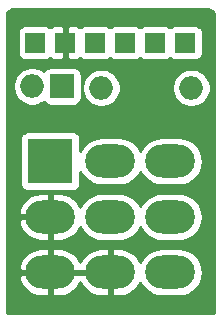
<source format=gbr>
G04 #@! TF.GenerationSoftware,KiCad,Pcbnew,(5.1.5-0-10_14)*
G04 #@! TF.CreationDate,2020-11-20T21:32:41+01:00*
G04 #@! TF.ProjectId,3pdt-minimal,33706474-2d6d-4696-9e69-6d616c2e6b69,rev?*
G04 #@! TF.SameCoordinates,Original*
G04 #@! TF.FileFunction,Copper,L2,Bot*
G04 #@! TF.FilePolarity,Positive*
%FSLAX46Y46*%
G04 Gerber Fmt 4.6, Leading zero omitted, Abs format (unit mm)*
G04 Created by KiCad (PCBNEW (5.1.5-0-10_14)) date 2020-11-20 21:32:41*
%MOMM*%
%LPD*%
G04 APERTURE LIST*
%ADD10O,4.200000X2.800000*%
%ADD11R,3.816000X3.816000*%
%ADD12R,2.000000X2.000000*%
%ADD13O,2.000000X2.000000*%
%ADD14R,1.700000X1.700000*%
%ADD15C,0.254000*%
G04 APERTURE END LIST*
D10*
X119380000Y-68200000D03*
X119380000Y-63500000D03*
X119380000Y-58800000D03*
X114300000Y-68200000D03*
X114300000Y-63500000D03*
X114300000Y-58800000D03*
X109220000Y-68200000D03*
X109220000Y-63500000D03*
D11*
X109220000Y-58800000D03*
D12*
X110236000Y-52451000D03*
D13*
X107696000Y-52451000D03*
X113538000Y-52578000D03*
X121158000Y-52578000D03*
D14*
X107950000Y-48768000D03*
X120650000Y-48768000D03*
X110490000Y-48768000D03*
X113030000Y-48768000D03*
X115570000Y-48768000D03*
X118110000Y-48768000D03*
D15*
G36*
X122579200Y-45923559D02*
G01*
X122740041Y-45972120D01*
X122888378Y-46050992D01*
X123018574Y-46157176D01*
X123063000Y-46210878D01*
X123063000Y-71628000D01*
X105537000Y-71628000D01*
X105537000Y-68643160D01*
X106533840Y-68643160D01*
X106591304Y-68861427D01*
X106757401Y-69224988D01*
X106991234Y-69549159D01*
X107283817Y-69821483D01*
X107623906Y-70031494D01*
X107998431Y-70171122D01*
X108393000Y-70235000D01*
X109093000Y-70235000D01*
X109093000Y-68327000D01*
X109347000Y-68327000D01*
X109347000Y-70235000D01*
X110047000Y-70235000D01*
X110441569Y-70171122D01*
X110816094Y-70031494D01*
X111156183Y-69821483D01*
X111448766Y-69549159D01*
X111682599Y-69224988D01*
X111760000Y-69055569D01*
X111837401Y-69224988D01*
X112071234Y-69549159D01*
X112363817Y-69821483D01*
X112703906Y-70031494D01*
X113078431Y-70171122D01*
X113473000Y-70235000D01*
X114173000Y-70235000D01*
X114173000Y-68327000D01*
X109347000Y-68327000D01*
X109093000Y-68327000D01*
X106648053Y-68327000D01*
X106533840Y-68643160D01*
X105537000Y-68643160D01*
X105537000Y-67756840D01*
X106533840Y-67756840D01*
X106648053Y-68073000D01*
X109093000Y-68073000D01*
X109093000Y-66165000D01*
X109347000Y-66165000D01*
X109347000Y-68073000D01*
X114173000Y-68073000D01*
X114173000Y-66165000D01*
X114427000Y-66165000D01*
X114427000Y-68073000D01*
X114447000Y-68073000D01*
X114447000Y-68327000D01*
X114427000Y-68327000D01*
X114427000Y-70235000D01*
X115127000Y-70235000D01*
X115521569Y-70171122D01*
X115896094Y-70031494D01*
X116236183Y-69821483D01*
X116528766Y-69549159D01*
X116762599Y-69224988D01*
X116835322Y-69065808D01*
X116979773Y-69336056D01*
X117234076Y-69645924D01*
X117543944Y-69900227D01*
X117897471Y-70089191D01*
X118281070Y-70205555D01*
X118580031Y-70235000D01*
X120179969Y-70235000D01*
X120478930Y-70205555D01*
X120862529Y-70089191D01*
X121216056Y-69900227D01*
X121525924Y-69645924D01*
X121780227Y-69336056D01*
X121969191Y-68982529D01*
X122085555Y-68598930D01*
X122124846Y-68200000D01*
X122085555Y-67801070D01*
X121969191Y-67417471D01*
X121780227Y-67063944D01*
X121525924Y-66754076D01*
X121216056Y-66499773D01*
X120862529Y-66310809D01*
X120478930Y-66194445D01*
X120179969Y-66165000D01*
X118580031Y-66165000D01*
X118281070Y-66194445D01*
X117897471Y-66310809D01*
X117543944Y-66499773D01*
X117234076Y-66754076D01*
X116979773Y-67063944D01*
X116835322Y-67334192D01*
X116762599Y-67175012D01*
X116528766Y-66850841D01*
X116236183Y-66578517D01*
X115896094Y-66368506D01*
X115521569Y-66228878D01*
X115127000Y-66165000D01*
X114427000Y-66165000D01*
X114173000Y-66165000D01*
X113473000Y-66165000D01*
X113078431Y-66228878D01*
X112703906Y-66368506D01*
X112363817Y-66578517D01*
X112071234Y-66850841D01*
X111837401Y-67175012D01*
X111760000Y-67344431D01*
X111682599Y-67175012D01*
X111448766Y-66850841D01*
X111156183Y-66578517D01*
X110816094Y-66368506D01*
X110441569Y-66228878D01*
X110047000Y-66165000D01*
X109347000Y-66165000D01*
X109093000Y-66165000D01*
X108393000Y-66165000D01*
X107998431Y-66228878D01*
X107623906Y-66368506D01*
X107283817Y-66578517D01*
X106991234Y-66850841D01*
X106757401Y-67175012D01*
X106591304Y-67538573D01*
X106533840Y-67756840D01*
X105537000Y-67756840D01*
X105537000Y-63943160D01*
X106533840Y-63943160D01*
X106591304Y-64161427D01*
X106757401Y-64524988D01*
X106991234Y-64849159D01*
X107283817Y-65121483D01*
X107623906Y-65331494D01*
X107998431Y-65471122D01*
X108393000Y-65535000D01*
X109093000Y-65535000D01*
X109093000Y-63627000D01*
X106648053Y-63627000D01*
X106533840Y-63943160D01*
X105537000Y-63943160D01*
X105537000Y-63056840D01*
X106533840Y-63056840D01*
X106648053Y-63373000D01*
X109093000Y-63373000D01*
X109093000Y-61465000D01*
X109347000Y-61465000D01*
X109347000Y-63373000D01*
X109367000Y-63373000D01*
X109367000Y-63627000D01*
X109347000Y-63627000D01*
X109347000Y-65535000D01*
X110047000Y-65535000D01*
X110441569Y-65471122D01*
X110816094Y-65331494D01*
X111156183Y-65121483D01*
X111448766Y-64849159D01*
X111682599Y-64524988D01*
X111755322Y-64365808D01*
X111899773Y-64636056D01*
X112154076Y-64945924D01*
X112463944Y-65200227D01*
X112817471Y-65389191D01*
X113201070Y-65505555D01*
X113500031Y-65535000D01*
X115099969Y-65535000D01*
X115398930Y-65505555D01*
X115782529Y-65389191D01*
X116136056Y-65200227D01*
X116445924Y-64945924D01*
X116700227Y-64636056D01*
X116840000Y-64374559D01*
X116979773Y-64636056D01*
X117234076Y-64945924D01*
X117543944Y-65200227D01*
X117897471Y-65389191D01*
X118281070Y-65505555D01*
X118580031Y-65535000D01*
X120179969Y-65535000D01*
X120478930Y-65505555D01*
X120862529Y-65389191D01*
X121216056Y-65200227D01*
X121525924Y-64945924D01*
X121780227Y-64636056D01*
X121969191Y-64282529D01*
X122085555Y-63898930D01*
X122124846Y-63500000D01*
X122085555Y-63101070D01*
X121969191Y-62717471D01*
X121780227Y-62363944D01*
X121525924Y-62054076D01*
X121216056Y-61799773D01*
X120862529Y-61610809D01*
X120478930Y-61494445D01*
X120179969Y-61465000D01*
X118580031Y-61465000D01*
X118281070Y-61494445D01*
X117897471Y-61610809D01*
X117543944Y-61799773D01*
X117234076Y-62054076D01*
X116979773Y-62363944D01*
X116840000Y-62625441D01*
X116700227Y-62363944D01*
X116445924Y-62054076D01*
X116136056Y-61799773D01*
X115782529Y-61610809D01*
X115398930Y-61494445D01*
X115099969Y-61465000D01*
X113500031Y-61465000D01*
X113201070Y-61494445D01*
X112817471Y-61610809D01*
X112463944Y-61799773D01*
X112154076Y-62054076D01*
X111899773Y-62363944D01*
X111755322Y-62634192D01*
X111682599Y-62475012D01*
X111448766Y-62150841D01*
X111156183Y-61878517D01*
X110816094Y-61668506D01*
X110441569Y-61528878D01*
X110047000Y-61465000D01*
X109347000Y-61465000D01*
X109093000Y-61465000D01*
X108393000Y-61465000D01*
X107998431Y-61528878D01*
X107623906Y-61668506D01*
X107283817Y-61878517D01*
X106991234Y-62150841D01*
X106757401Y-62475012D01*
X106591304Y-62838573D01*
X106533840Y-63056840D01*
X105537000Y-63056840D01*
X105537000Y-56892000D01*
X106673928Y-56892000D01*
X106673928Y-60708000D01*
X106686188Y-60832482D01*
X106722498Y-60952180D01*
X106781463Y-61062494D01*
X106860815Y-61159185D01*
X106957506Y-61238537D01*
X107067820Y-61297502D01*
X107187518Y-61333812D01*
X107312000Y-61346072D01*
X111128000Y-61346072D01*
X111252482Y-61333812D01*
X111372180Y-61297502D01*
X111482494Y-61238537D01*
X111579185Y-61159185D01*
X111658537Y-61062494D01*
X111717502Y-60952180D01*
X111753812Y-60832482D01*
X111766072Y-60708000D01*
X111766072Y-59685919D01*
X111899773Y-59936056D01*
X112154076Y-60245924D01*
X112463944Y-60500227D01*
X112817471Y-60689191D01*
X113201070Y-60805555D01*
X113500031Y-60835000D01*
X115099969Y-60835000D01*
X115398930Y-60805555D01*
X115782529Y-60689191D01*
X116136056Y-60500227D01*
X116445924Y-60245924D01*
X116700227Y-59936056D01*
X116840000Y-59674559D01*
X116979773Y-59936056D01*
X117234076Y-60245924D01*
X117543944Y-60500227D01*
X117897471Y-60689191D01*
X118281070Y-60805555D01*
X118580031Y-60835000D01*
X120179969Y-60835000D01*
X120478930Y-60805555D01*
X120862529Y-60689191D01*
X121216056Y-60500227D01*
X121525924Y-60245924D01*
X121780227Y-59936056D01*
X121969191Y-59582529D01*
X122085555Y-59198930D01*
X122124846Y-58800000D01*
X122085555Y-58401070D01*
X121969191Y-58017471D01*
X121780227Y-57663944D01*
X121525924Y-57354076D01*
X121216056Y-57099773D01*
X120862529Y-56910809D01*
X120478930Y-56794445D01*
X120179969Y-56765000D01*
X118580031Y-56765000D01*
X118281070Y-56794445D01*
X117897471Y-56910809D01*
X117543944Y-57099773D01*
X117234076Y-57354076D01*
X116979773Y-57663944D01*
X116840000Y-57925441D01*
X116700227Y-57663944D01*
X116445924Y-57354076D01*
X116136056Y-57099773D01*
X115782529Y-56910809D01*
X115398930Y-56794445D01*
X115099969Y-56765000D01*
X113500031Y-56765000D01*
X113201070Y-56794445D01*
X112817471Y-56910809D01*
X112463944Y-57099773D01*
X112154076Y-57354076D01*
X111899773Y-57663944D01*
X111766072Y-57914081D01*
X111766072Y-56892000D01*
X111753812Y-56767518D01*
X111717502Y-56647820D01*
X111658537Y-56537506D01*
X111579185Y-56440815D01*
X111482494Y-56361463D01*
X111372180Y-56302498D01*
X111252482Y-56266188D01*
X111128000Y-56253928D01*
X107312000Y-56253928D01*
X107187518Y-56266188D01*
X107067820Y-56302498D01*
X106957506Y-56361463D01*
X106860815Y-56440815D01*
X106781463Y-56537506D01*
X106722498Y-56647820D01*
X106686188Y-56767518D01*
X106673928Y-56892000D01*
X105537000Y-56892000D01*
X105537000Y-52289967D01*
X106061000Y-52289967D01*
X106061000Y-52612033D01*
X106123832Y-52927912D01*
X106247082Y-53225463D01*
X106426013Y-53493252D01*
X106653748Y-53720987D01*
X106921537Y-53899918D01*
X107219088Y-54023168D01*
X107534967Y-54086000D01*
X107857033Y-54086000D01*
X108172912Y-54023168D01*
X108470463Y-53899918D01*
X108680809Y-53759370D01*
X108705463Y-53805494D01*
X108784815Y-53902185D01*
X108881506Y-53981537D01*
X108991820Y-54040502D01*
X109111518Y-54076812D01*
X109236000Y-54089072D01*
X111236000Y-54089072D01*
X111360482Y-54076812D01*
X111480180Y-54040502D01*
X111590494Y-53981537D01*
X111687185Y-53902185D01*
X111766537Y-53805494D01*
X111825502Y-53695180D01*
X111861812Y-53575482D01*
X111874072Y-53451000D01*
X111874072Y-52416967D01*
X111903000Y-52416967D01*
X111903000Y-52739033D01*
X111965832Y-53054912D01*
X112089082Y-53352463D01*
X112268013Y-53620252D01*
X112495748Y-53847987D01*
X112763537Y-54026918D01*
X113061088Y-54150168D01*
X113376967Y-54213000D01*
X113699033Y-54213000D01*
X114014912Y-54150168D01*
X114312463Y-54026918D01*
X114580252Y-53847987D01*
X114807987Y-53620252D01*
X114986918Y-53352463D01*
X115110168Y-53054912D01*
X115173000Y-52739033D01*
X115173000Y-52416967D01*
X119523000Y-52416967D01*
X119523000Y-52739033D01*
X119585832Y-53054912D01*
X119709082Y-53352463D01*
X119888013Y-53620252D01*
X120115748Y-53847987D01*
X120383537Y-54026918D01*
X120681088Y-54150168D01*
X120996967Y-54213000D01*
X121319033Y-54213000D01*
X121634912Y-54150168D01*
X121932463Y-54026918D01*
X122200252Y-53847987D01*
X122427987Y-53620252D01*
X122606918Y-53352463D01*
X122730168Y-53054912D01*
X122793000Y-52739033D01*
X122793000Y-52416967D01*
X122730168Y-52101088D01*
X122606918Y-51803537D01*
X122427987Y-51535748D01*
X122200252Y-51308013D01*
X121932463Y-51129082D01*
X121634912Y-51005832D01*
X121319033Y-50943000D01*
X120996967Y-50943000D01*
X120681088Y-51005832D01*
X120383537Y-51129082D01*
X120115748Y-51308013D01*
X119888013Y-51535748D01*
X119709082Y-51803537D01*
X119585832Y-52101088D01*
X119523000Y-52416967D01*
X115173000Y-52416967D01*
X115110168Y-52101088D01*
X114986918Y-51803537D01*
X114807987Y-51535748D01*
X114580252Y-51308013D01*
X114312463Y-51129082D01*
X114014912Y-51005832D01*
X113699033Y-50943000D01*
X113376967Y-50943000D01*
X113061088Y-51005832D01*
X112763537Y-51129082D01*
X112495748Y-51308013D01*
X112268013Y-51535748D01*
X112089082Y-51803537D01*
X111965832Y-52101088D01*
X111903000Y-52416967D01*
X111874072Y-52416967D01*
X111874072Y-51451000D01*
X111861812Y-51326518D01*
X111825502Y-51206820D01*
X111766537Y-51096506D01*
X111687185Y-50999815D01*
X111590494Y-50920463D01*
X111480180Y-50861498D01*
X111360482Y-50825188D01*
X111236000Y-50812928D01*
X109236000Y-50812928D01*
X109111518Y-50825188D01*
X108991820Y-50861498D01*
X108881506Y-50920463D01*
X108784815Y-50999815D01*
X108705463Y-51096506D01*
X108680809Y-51142630D01*
X108470463Y-51002082D01*
X108172912Y-50878832D01*
X107857033Y-50816000D01*
X107534967Y-50816000D01*
X107219088Y-50878832D01*
X106921537Y-51002082D01*
X106653748Y-51181013D01*
X106426013Y-51408748D01*
X106247082Y-51676537D01*
X106123832Y-51974088D01*
X106061000Y-52289967D01*
X105537000Y-52289967D01*
X105537000Y-47918000D01*
X106461928Y-47918000D01*
X106461928Y-49618000D01*
X106474188Y-49742482D01*
X106510498Y-49862180D01*
X106569463Y-49972494D01*
X106648815Y-50069185D01*
X106745506Y-50148537D01*
X106855820Y-50207502D01*
X106975518Y-50243812D01*
X107100000Y-50256072D01*
X108800000Y-50256072D01*
X108924482Y-50243812D01*
X109044180Y-50207502D01*
X109154494Y-50148537D01*
X109220000Y-50094778D01*
X109285506Y-50148537D01*
X109395820Y-50207502D01*
X109515518Y-50243812D01*
X109640000Y-50256072D01*
X110204250Y-50253000D01*
X110363000Y-50094250D01*
X110363000Y-48895000D01*
X110343000Y-48895000D01*
X110343000Y-48641000D01*
X110363000Y-48641000D01*
X110363000Y-47441750D01*
X110617000Y-47441750D01*
X110617000Y-48641000D01*
X110637000Y-48641000D01*
X110637000Y-48895000D01*
X110617000Y-48895000D01*
X110617000Y-50094250D01*
X110775750Y-50253000D01*
X111340000Y-50256072D01*
X111464482Y-50243812D01*
X111584180Y-50207502D01*
X111694494Y-50148537D01*
X111760000Y-50094778D01*
X111825506Y-50148537D01*
X111935820Y-50207502D01*
X112055518Y-50243812D01*
X112180000Y-50256072D01*
X113880000Y-50256072D01*
X114004482Y-50243812D01*
X114124180Y-50207502D01*
X114234494Y-50148537D01*
X114300000Y-50094778D01*
X114365506Y-50148537D01*
X114475820Y-50207502D01*
X114595518Y-50243812D01*
X114720000Y-50256072D01*
X116420000Y-50256072D01*
X116544482Y-50243812D01*
X116664180Y-50207502D01*
X116774494Y-50148537D01*
X116840000Y-50094778D01*
X116905506Y-50148537D01*
X117015820Y-50207502D01*
X117135518Y-50243812D01*
X117260000Y-50256072D01*
X118960000Y-50256072D01*
X119084482Y-50243812D01*
X119204180Y-50207502D01*
X119314494Y-50148537D01*
X119380000Y-50094778D01*
X119445506Y-50148537D01*
X119555820Y-50207502D01*
X119675518Y-50243812D01*
X119800000Y-50256072D01*
X121500000Y-50256072D01*
X121624482Y-50243812D01*
X121744180Y-50207502D01*
X121854494Y-50148537D01*
X121951185Y-50069185D01*
X122030537Y-49972494D01*
X122089502Y-49862180D01*
X122125812Y-49742482D01*
X122138072Y-49618000D01*
X122138072Y-47918000D01*
X122125812Y-47793518D01*
X122089502Y-47673820D01*
X122030537Y-47563506D01*
X121951185Y-47466815D01*
X121854494Y-47387463D01*
X121744180Y-47328498D01*
X121624482Y-47292188D01*
X121500000Y-47279928D01*
X119800000Y-47279928D01*
X119675518Y-47292188D01*
X119555820Y-47328498D01*
X119445506Y-47387463D01*
X119380000Y-47441222D01*
X119314494Y-47387463D01*
X119204180Y-47328498D01*
X119084482Y-47292188D01*
X118960000Y-47279928D01*
X117260000Y-47279928D01*
X117135518Y-47292188D01*
X117015820Y-47328498D01*
X116905506Y-47387463D01*
X116840000Y-47441222D01*
X116774494Y-47387463D01*
X116664180Y-47328498D01*
X116544482Y-47292188D01*
X116420000Y-47279928D01*
X114720000Y-47279928D01*
X114595518Y-47292188D01*
X114475820Y-47328498D01*
X114365506Y-47387463D01*
X114300000Y-47441222D01*
X114234494Y-47387463D01*
X114124180Y-47328498D01*
X114004482Y-47292188D01*
X113880000Y-47279928D01*
X112180000Y-47279928D01*
X112055518Y-47292188D01*
X111935820Y-47328498D01*
X111825506Y-47387463D01*
X111760000Y-47441222D01*
X111694494Y-47387463D01*
X111584180Y-47328498D01*
X111464482Y-47292188D01*
X111340000Y-47279928D01*
X110775750Y-47283000D01*
X110617000Y-47441750D01*
X110363000Y-47441750D01*
X110204250Y-47283000D01*
X109640000Y-47279928D01*
X109515518Y-47292188D01*
X109395820Y-47328498D01*
X109285506Y-47387463D01*
X109220000Y-47441222D01*
X109154494Y-47387463D01*
X109044180Y-47328498D01*
X108924482Y-47292188D01*
X108800000Y-47279928D01*
X107100000Y-47279928D01*
X106975518Y-47292188D01*
X106855820Y-47328498D01*
X106745506Y-47387463D01*
X106648815Y-47466815D01*
X106569463Y-47563506D01*
X106510498Y-47673820D01*
X106474188Y-47793518D01*
X106461928Y-47918000D01*
X105537000Y-47918000D01*
X105537000Y-46210687D01*
X105577176Y-46161426D01*
X105706626Y-46054336D01*
X105854414Y-45974428D01*
X106014902Y-45924748D01*
X106212306Y-45904000D01*
X122379723Y-45904000D01*
X122579200Y-45923559D01*
G37*
X122579200Y-45923559D02*
X122740041Y-45972120D01*
X122888378Y-46050992D01*
X123018574Y-46157176D01*
X123063000Y-46210878D01*
X123063000Y-71628000D01*
X105537000Y-71628000D01*
X105537000Y-68643160D01*
X106533840Y-68643160D01*
X106591304Y-68861427D01*
X106757401Y-69224988D01*
X106991234Y-69549159D01*
X107283817Y-69821483D01*
X107623906Y-70031494D01*
X107998431Y-70171122D01*
X108393000Y-70235000D01*
X109093000Y-70235000D01*
X109093000Y-68327000D01*
X109347000Y-68327000D01*
X109347000Y-70235000D01*
X110047000Y-70235000D01*
X110441569Y-70171122D01*
X110816094Y-70031494D01*
X111156183Y-69821483D01*
X111448766Y-69549159D01*
X111682599Y-69224988D01*
X111760000Y-69055569D01*
X111837401Y-69224988D01*
X112071234Y-69549159D01*
X112363817Y-69821483D01*
X112703906Y-70031494D01*
X113078431Y-70171122D01*
X113473000Y-70235000D01*
X114173000Y-70235000D01*
X114173000Y-68327000D01*
X109347000Y-68327000D01*
X109093000Y-68327000D01*
X106648053Y-68327000D01*
X106533840Y-68643160D01*
X105537000Y-68643160D01*
X105537000Y-67756840D01*
X106533840Y-67756840D01*
X106648053Y-68073000D01*
X109093000Y-68073000D01*
X109093000Y-66165000D01*
X109347000Y-66165000D01*
X109347000Y-68073000D01*
X114173000Y-68073000D01*
X114173000Y-66165000D01*
X114427000Y-66165000D01*
X114427000Y-68073000D01*
X114447000Y-68073000D01*
X114447000Y-68327000D01*
X114427000Y-68327000D01*
X114427000Y-70235000D01*
X115127000Y-70235000D01*
X115521569Y-70171122D01*
X115896094Y-70031494D01*
X116236183Y-69821483D01*
X116528766Y-69549159D01*
X116762599Y-69224988D01*
X116835322Y-69065808D01*
X116979773Y-69336056D01*
X117234076Y-69645924D01*
X117543944Y-69900227D01*
X117897471Y-70089191D01*
X118281070Y-70205555D01*
X118580031Y-70235000D01*
X120179969Y-70235000D01*
X120478930Y-70205555D01*
X120862529Y-70089191D01*
X121216056Y-69900227D01*
X121525924Y-69645924D01*
X121780227Y-69336056D01*
X121969191Y-68982529D01*
X122085555Y-68598930D01*
X122124846Y-68200000D01*
X122085555Y-67801070D01*
X121969191Y-67417471D01*
X121780227Y-67063944D01*
X121525924Y-66754076D01*
X121216056Y-66499773D01*
X120862529Y-66310809D01*
X120478930Y-66194445D01*
X120179969Y-66165000D01*
X118580031Y-66165000D01*
X118281070Y-66194445D01*
X117897471Y-66310809D01*
X117543944Y-66499773D01*
X117234076Y-66754076D01*
X116979773Y-67063944D01*
X116835322Y-67334192D01*
X116762599Y-67175012D01*
X116528766Y-66850841D01*
X116236183Y-66578517D01*
X115896094Y-66368506D01*
X115521569Y-66228878D01*
X115127000Y-66165000D01*
X114427000Y-66165000D01*
X114173000Y-66165000D01*
X113473000Y-66165000D01*
X113078431Y-66228878D01*
X112703906Y-66368506D01*
X112363817Y-66578517D01*
X112071234Y-66850841D01*
X111837401Y-67175012D01*
X111760000Y-67344431D01*
X111682599Y-67175012D01*
X111448766Y-66850841D01*
X111156183Y-66578517D01*
X110816094Y-66368506D01*
X110441569Y-66228878D01*
X110047000Y-66165000D01*
X109347000Y-66165000D01*
X109093000Y-66165000D01*
X108393000Y-66165000D01*
X107998431Y-66228878D01*
X107623906Y-66368506D01*
X107283817Y-66578517D01*
X106991234Y-66850841D01*
X106757401Y-67175012D01*
X106591304Y-67538573D01*
X106533840Y-67756840D01*
X105537000Y-67756840D01*
X105537000Y-63943160D01*
X106533840Y-63943160D01*
X106591304Y-64161427D01*
X106757401Y-64524988D01*
X106991234Y-64849159D01*
X107283817Y-65121483D01*
X107623906Y-65331494D01*
X107998431Y-65471122D01*
X108393000Y-65535000D01*
X109093000Y-65535000D01*
X109093000Y-63627000D01*
X106648053Y-63627000D01*
X106533840Y-63943160D01*
X105537000Y-63943160D01*
X105537000Y-63056840D01*
X106533840Y-63056840D01*
X106648053Y-63373000D01*
X109093000Y-63373000D01*
X109093000Y-61465000D01*
X109347000Y-61465000D01*
X109347000Y-63373000D01*
X109367000Y-63373000D01*
X109367000Y-63627000D01*
X109347000Y-63627000D01*
X109347000Y-65535000D01*
X110047000Y-65535000D01*
X110441569Y-65471122D01*
X110816094Y-65331494D01*
X111156183Y-65121483D01*
X111448766Y-64849159D01*
X111682599Y-64524988D01*
X111755322Y-64365808D01*
X111899773Y-64636056D01*
X112154076Y-64945924D01*
X112463944Y-65200227D01*
X112817471Y-65389191D01*
X113201070Y-65505555D01*
X113500031Y-65535000D01*
X115099969Y-65535000D01*
X115398930Y-65505555D01*
X115782529Y-65389191D01*
X116136056Y-65200227D01*
X116445924Y-64945924D01*
X116700227Y-64636056D01*
X116840000Y-64374559D01*
X116979773Y-64636056D01*
X117234076Y-64945924D01*
X117543944Y-65200227D01*
X117897471Y-65389191D01*
X118281070Y-65505555D01*
X118580031Y-65535000D01*
X120179969Y-65535000D01*
X120478930Y-65505555D01*
X120862529Y-65389191D01*
X121216056Y-65200227D01*
X121525924Y-64945924D01*
X121780227Y-64636056D01*
X121969191Y-64282529D01*
X122085555Y-63898930D01*
X122124846Y-63500000D01*
X122085555Y-63101070D01*
X121969191Y-62717471D01*
X121780227Y-62363944D01*
X121525924Y-62054076D01*
X121216056Y-61799773D01*
X120862529Y-61610809D01*
X120478930Y-61494445D01*
X120179969Y-61465000D01*
X118580031Y-61465000D01*
X118281070Y-61494445D01*
X117897471Y-61610809D01*
X117543944Y-61799773D01*
X117234076Y-62054076D01*
X116979773Y-62363944D01*
X116840000Y-62625441D01*
X116700227Y-62363944D01*
X116445924Y-62054076D01*
X116136056Y-61799773D01*
X115782529Y-61610809D01*
X115398930Y-61494445D01*
X115099969Y-61465000D01*
X113500031Y-61465000D01*
X113201070Y-61494445D01*
X112817471Y-61610809D01*
X112463944Y-61799773D01*
X112154076Y-62054076D01*
X111899773Y-62363944D01*
X111755322Y-62634192D01*
X111682599Y-62475012D01*
X111448766Y-62150841D01*
X111156183Y-61878517D01*
X110816094Y-61668506D01*
X110441569Y-61528878D01*
X110047000Y-61465000D01*
X109347000Y-61465000D01*
X109093000Y-61465000D01*
X108393000Y-61465000D01*
X107998431Y-61528878D01*
X107623906Y-61668506D01*
X107283817Y-61878517D01*
X106991234Y-62150841D01*
X106757401Y-62475012D01*
X106591304Y-62838573D01*
X106533840Y-63056840D01*
X105537000Y-63056840D01*
X105537000Y-56892000D01*
X106673928Y-56892000D01*
X106673928Y-60708000D01*
X106686188Y-60832482D01*
X106722498Y-60952180D01*
X106781463Y-61062494D01*
X106860815Y-61159185D01*
X106957506Y-61238537D01*
X107067820Y-61297502D01*
X107187518Y-61333812D01*
X107312000Y-61346072D01*
X111128000Y-61346072D01*
X111252482Y-61333812D01*
X111372180Y-61297502D01*
X111482494Y-61238537D01*
X111579185Y-61159185D01*
X111658537Y-61062494D01*
X111717502Y-60952180D01*
X111753812Y-60832482D01*
X111766072Y-60708000D01*
X111766072Y-59685919D01*
X111899773Y-59936056D01*
X112154076Y-60245924D01*
X112463944Y-60500227D01*
X112817471Y-60689191D01*
X113201070Y-60805555D01*
X113500031Y-60835000D01*
X115099969Y-60835000D01*
X115398930Y-60805555D01*
X115782529Y-60689191D01*
X116136056Y-60500227D01*
X116445924Y-60245924D01*
X116700227Y-59936056D01*
X116840000Y-59674559D01*
X116979773Y-59936056D01*
X117234076Y-60245924D01*
X117543944Y-60500227D01*
X117897471Y-60689191D01*
X118281070Y-60805555D01*
X118580031Y-60835000D01*
X120179969Y-60835000D01*
X120478930Y-60805555D01*
X120862529Y-60689191D01*
X121216056Y-60500227D01*
X121525924Y-60245924D01*
X121780227Y-59936056D01*
X121969191Y-59582529D01*
X122085555Y-59198930D01*
X122124846Y-58800000D01*
X122085555Y-58401070D01*
X121969191Y-58017471D01*
X121780227Y-57663944D01*
X121525924Y-57354076D01*
X121216056Y-57099773D01*
X120862529Y-56910809D01*
X120478930Y-56794445D01*
X120179969Y-56765000D01*
X118580031Y-56765000D01*
X118281070Y-56794445D01*
X117897471Y-56910809D01*
X117543944Y-57099773D01*
X117234076Y-57354076D01*
X116979773Y-57663944D01*
X116840000Y-57925441D01*
X116700227Y-57663944D01*
X116445924Y-57354076D01*
X116136056Y-57099773D01*
X115782529Y-56910809D01*
X115398930Y-56794445D01*
X115099969Y-56765000D01*
X113500031Y-56765000D01*
X113201070Y-56794445D01*
X112817471Y-56910809D01*
X112463944Y-57099773D01*
X112154076Y-57354076D01*
X111899773Y-57663944D01*
X111766072Y-57914081D01*
X111766072Y-56892000D01*
X111753812Y-56767518D01*
X111717502Y-56647820D01*
X111658537Y-56537506D01*
X111579185Y-56440815D01*
X111482494Y-56361463D01*
X111372180Y-56302498D01*
X111252482Y-56266188D01*
X111128000Y-56253928D01*
X107312000Y-56253928D01*
X107187518Y-56266188D01*
X107067820Y-56302498D01*
X106957506Y-56361463D01*
X106860815Y-56440815D01*
X106781463Y-56537506D01*
X106722498Y-56647820D01*
X106686188Y-56767518D01*
X106673928Y-56892000D01*
X105537000Y-56892000D01*
X105537000Y-52289967D01*
X106061000Y-52289967D01*
X106061000Y-52612033D01*
X106123832Y-52927912D01*
X106247082Y-53225463D01*
X106426013Y-53493252D01*
X106653748Y-53720987D01*
X106921537Y-53899918D01*
X107219088Y-54023168D01*
X107534967Y-54086000D01*
X107857033Y-54086000D01*
X108172912Y-54023168D01*
X108470463Y-53899918D01*
X108680809Y-53759370D01*
X108705463Y-53805494D01*
X108784815Y-53902185D01*
X108881506Y-53981537D01*
X108991820Y-54040502D01*
X109111518Y-54076812D01*
X109236000Y-54089072D01*
X111236000Y-54089072D01*
X111360482Y-54076812D01*
X111480180Y-54040502D01*
X111590494Y-53981537D01*
X111687185Y-53902185D01*
X111766537Y-53805494D01*
X111825502Y-53695180D01*
X111861812Y-53575482D01*
X111874072Y-53451000D01*
X111874072Y-52416967D01*
X111903000Y-52416967D01*
X111903000Y-52739033D01*
X111965832Y-53054912D01*
X112089082Y-53352463D01*
X112268013Y-53620252D01*
X112495748Y-53847987D01*
X112763537Y-54026918D01*
X113061088Y-54150168D01*
X113376967Y-54213000D01*
X113699033Y-54213000D01*
X114014912Y-54150168D01*
X114312463Y-54026918D01*
X114580252Y-53847987D01*
X114807987Y-53620252D01*
X114986918Y-53352463D01*
X115110168Y-53054912D01*
X115173000Y-52739033D01*
X115173000Y-52416967D01*
X119523000Y-52416967D01*
X119523000Y-52739033D01*
X119585832Y-53054912D01*
X119709082Y-53352463D01*
X119888013Y-53620252D01*
X120115748Y-53847987D01*
X120383537Y-54026918D01*
X120681088Y-54150168D01*
X120996967Y-54213000D01*
X121319033Y-54213000D01*
X121634912Y-54150168D01*
X121932463Y-54026918D01*
X122200252Y-53847987D01*
X122427987Y-53620252D01*
X122606918Y-53352463D01*
X122730168Y-53054912D01*
X122793000Y-52739033D01*
X122793000Y-52416967D01*
X122730168Y-52101088D01*
X122606918Y-51803537D01*
X122427987Y-51535748D01*
X122200252Y-51308013D01*
X121932463Y-51129082D01*
X121634912Y-51005832D01*
X121319033Y-50943000D01*
X120996967Y-50943000D01*
X120681088Y-51005832D01*
X120383537Y-51129082D01*
X120115748Y-51308013D01*
X119888013Y-51535748D01*
X119709082Y-51803537D01*
X119585832Y-52101088D01*
X119523000Y-52416967D01*
X115173000Y-52416967D01*
X115110168Y-52101088D01*
X114986918Y-51803537D01*
X114807987Y-51535748D01*
X114580252Y-51308013D01*
X114312463Y-51129082D01*
X114014912Y-51005832D01*
X113699033Y-50943000D01*
X113376967Y-50943000D01*
X113061088Y-51005832D01*
X112763537Y-51129082D01*
X112495748Y-51308013D01*
X112268013Y-51535748D01*
X112089082Y-51803537D01*
X111965832Y-52101088D01*
X111903000Y-52416967D01*
X111874072Y-52416967D01*
X111874072Y-51451000D01*
X111861812Y-51326518D01*
X111825502Y-51206820D01*
X111766537Y-51096506D01*
X111687185Y-50999815D01*
X111590494Y-50920463D01*
X111480180Y-50861498D01*
X111360482Y-50825188D01*
X111236000Y-50812928D01*
X109236000Y-50812928D01*
X109111518Y-50825188D01*
X108991820Y-50861498D01*
X108881506Y-50920463D01*
X108784815Y-50999815D01*
X108705463Y-51096506D01*
X108680809Y-51142630D01*
X108470463Y-51002082D01*
X108172912Y-50878832D01*
X107857033Y-50816000D01*
X107534967Y-50816000D01*
X107219088Y-50878832D01*
X106921537Y-51002082D01*
X106653748Y-51181013D01*
X106426013Y-51408748D01*
X106247082Y-51676537D01*
X106123832Y-51974088D01*
X106061000Y-52289967D01*
X105537000Y-52289967D01*
X105537000Y-47918000D01*
X106461928Y-47918000D01*
X106461928Y-49618000D01*
X106474188Y-49742482D01*
X106510498Y-49862180D01*
X106569463Y-49972494D01*
X106648815Y-50069185D01*
X106745506Y-50148537D01*
X106855820Y-50207502D01*
X106975518Y-50243812D01*
X107100000Y-50256072D01*
X108800000Y-50256072D01*
X108924482Y-50243812D01*
X109044180Y-50207502D01*
X109154494Y-50148537D01*
X109220000Y-50094778D01*
X109285506Y-50148537D01*
X109395820Y-50207502D01*
X109515518Y-50243812D01*
X109640000Y-50256072D01*
X110204250Y-50253000D01*
X110363000Y-50094250D01*
X110363000Y-48895000D01*
X110343000Y-48895000D01*
X110343000Y-48641000D01*
X110363000Y-48641000D01*
X110363000Y-47441750D01*
X110617000Y-47441750D01*
X110617000Y-48641000D01*
X110637000Y-48641000D01*
X110637000Y-48895000D01*
X110617000Y-48895000D01*
X110617000Y-50094250D01*
X110775750Y-50253000D01*
X111340000Y-50256072D01*
X111464482Y-50243812D01*
X111584180Y-50207502D01*
X111694494Y-50148537D01*
X111760000Y-50094778D01*
X111825506Y-50148537D01*
X111935820Y-50207502D01*
X112055518Y-50243812D01*
X112180000Y-50256072D01*
X113880000Y-50256072D01*
X114004482Y-50243812D01*
X114124180Y-50207502D01*
X114234494Y-50148537D01*
X114300000Y-50094778D01*
X114365506Y-50148537D01*
X114475820Y-50207502D01*
X114595518Y-50243812D01*
X114720000Y-50256072D01*
X116420000Y-50256072D01*
X116544482Y-50243812D01*
X116664180Y-50207502D01*
X116774494Y-50148537D01*
X116840000Y-50094778D01*
X116905506Y-50148537D01*
X117015820Y-50207502D01*
X117135518Y-50243812D01*
X117260000Y-50256072D01*
X118960000Y-50256072D01*
X119084482Y-50243812D01*
X119204180Y-50207502D01*
X119314494Y-50148537D01*
X119380000Y-50094778D01*
X119445506Y-50148537D01*
X119555820Y-50207502D01*
X119675518Y-50243812D01*
X119800000Y-50256072D01*
X121500000Y-50256072D01*
X121624482Y-50243812D01*
X121744180Y-50207502D01*
X121854494Y-50148537D01*
X121951185Y-50069185D01*
X122030537Y-49972494D01*
X122089502Y-49862180D01*
X122125812Y-49742482D01*
X122138072Y-49618000D01*
X122138072Y-47918000D01*
X122125812Y-47793518D01*
X122089502Y-47673820D01*
X122030537Y-47563506D01*
X121951185Y-47466815D01*
X121854494Y-47387463D01*
X121744180Y-47328498D01*
X121624482Y-47292188D01*
X121500000Y-47279928D01*
X119800000Y-47279928D01*
X119675518Y-47292188D01*
X119555820Y-47328498D01*
X119445506Y-47387463D01*
X119380000Y-47441222D01*
X119314494Y-47387463D01*
X119204180Y-47328498D01*
X119084482Y-47292188D01*
X118960000Y-47279928D01*
X117260000Y-47279928D01*
X117135518Y-47292188D01*
X117015820Y-47328498D01*
X116905506Y-47387463D01*
X116840000Y-47441222D01*
X116774494Y-47387463D01*
X116664180Y-47328498D01*
X116544482Y-47292188D01*
X116420000Y-47279928D01*
X114720000Y-47279928D01*
X114595518Y-47292188D01*
X114475820Y-47328498D01*
X114365506Y-47387463D01*
X114300000Y-47441222D01*
X114234494Y-47387463D01*
X114124180Y-47328498D01*
X114004482Y-47292188D01*
X113880000Y-47279928D01*
X112180000Y-47279928D01*
X112055518Y-47292188D01*
X111935820Y-47328498D01*
X111825506Y-47387463D01*
X111760000Y-47441222D01*
X111694494Y-47387463D01*
X111584180Y-47328498D01*
X111464482Y-47292188D01*
X111340000Y-47279928D01*
X110775750Y-47283000D01*
X110617000Y-47441750D01*
X110363000Y-47441750D01*
X110204250Y-47283000D01*
X109640000Y-47279928D01*
X109515518Y-47292188D01*
X109395820Y-47328498D01*
X109285506Y-47387463D01*
X109220000Y-47441222D01*
X109154494Y-47387463D01*
X109044180Y-47328498D01*
X108924482Y-47292188D01*
X108800000Y-47279928D01*
X107100000Y-47279928D01*
X106975518Y-47292188D01*
X106855820Y-47328498D01*
X106745506Y-47387463D01*
X106648815Y-47466815D01*
X106569463Y-47563506D01*
X106510498Y-47673820D01*
X106474188Y-47793518D01*
X106461928Y-47918000D01*
X105537000Y-47918000D01*
X105537000Y-46210687D01*
X105577176Y-46161426D01*
X105706626Y-46054336D01*
X105854414Y-45974428D01*
X106014902Y-45924748D01*
X106212306Y-45904000D01*
X122379723Y-45904000D01*
X122579200Y-45923559D01*
M02*

</source>
